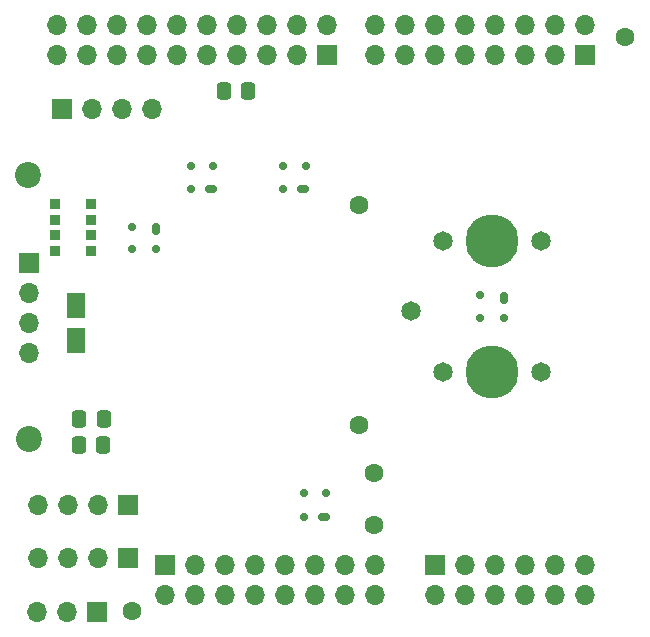
<source format=gbr>
%TF.GenerationSoftware,KiCad,Pcbnew,8.0.1*%
%TF.CreationDate,2024-05-22T13:21:10+02:00*%
%TF.ProjectId,FRDM-MCXx_Shield,4652444d-2d4d-4435-9878-5f536869656c,V2.0*%
%TF.SameCoordinates,Original*%
%TF.FileFunction,Soldermask,Bot*%
%TF.FilePolarity,Negative*%
%FSLAX46Y46*%
G04 Gerber Fmt 4.6, Leading zero omitted, Abs format (unit mm)*
G04 Created by KiCad (PCBNEW 8.0.1) date 2024-05-22 13:21:10*
%MOMM*%
%LPD*%
G01*
G04 APERTURE LIST*
G04 Aperture macros list*
%AMRoundRect*
0 Rectangle with rounded corners*
0 $1 Rounding radius*
0 $2 $3 $4 $5 $6 $7 $8 $9 X,Y pos of 4 corners*
0 Add a 4 corners polygon primitive as box body*
4,1,4,$2,$3,$4,$5,$6,$7,$8,$9,$2,$3,0*
0 Add four circle primitives for the rounded corners*
1,1,$1+$1,$2,$3*
1,1,$1+$1,$4,$5*
1,1,$1+$1,$6,$7*
1,1,$1+$1,$8,$9*
0 Add four rect primitives between the rounded corners*
20,1,$1+$1,$2,$3,$4,$5,0*
20,1,$1+$1,$4,$5,$6,$7,0*
20,1,$1+$1,$6,$7,$8,$9,0*
20,1,$1+$1,$8,$9,$2,$3,0*%
%AMFreePoly0*
4,1,6,1.000000,0.000000,0.500000,-0.750000,-0.500000,-0.750000,-0.500000,0.750000,0.500000,0.750000,1.000000,0.000000,1.000000,0.000000,$1*%
G04 Aperture macros list end*
%ADD10R,1.700000X1.700000*%
%ADD11O,1.700000X1.700000*%
%ADD12C,1.600000*%
%ADD13C,1.650000*%
%ADD14C,4.500000*%
%ADD15C,2.200000*%
%ADD16RoundRect,0.175000X0.325000X-0.175000X0.325000X0.175000X-0.325000X0.175000X-0.325000X-0.175000X0*%
%ADD17RoundRect,0.150000X0.150000X-0.200000X0.150000X0.200000X-0.150000X0.200000X-0.150000X-0.200000X0*%
%ADD18RoundRect,0.175000X0.175000X0.325000X-0.175000X0.325000X-0.175000X-0.325000X0.175000X-0.325000X0*%
%ADD19RoundRect,0.150000X0.200000X0.150000X-0.200000X0.150000X-0.200000X-0.150000X0.200000X-0.150000X0*%
%ADD20R,1.500000X1.500000*%
%ADD21FreePoly0,270.000000*%
%ADD22FreePoly0,90.000000*%
%ADD23R,0.900000X0.900000*%
%ADD24RoundRect,0.250000X0.337500X0.475000X-0.337500X0.475000X-0.337500X-0.475000X0.337500X-0.475000X0*%
G04 APERTURE END LIST*
D10*
%TO.C,J5*%
X129320000Y-87240000D03*
D11*
X129320000Y-89780000D03*
X129320000Y-92320000D03*
X129320000Y-94860000D03*
%TD*%
D12*
%TO.C,TP5*%
X158530000Y-104990000D03*
%TD*%
%TO.C,TP2*%
X157250000Y-100960000D03*
%TD*%
%TO.C,TP3*%
X157260000Y-82300000D03*
%TD*%
D10*
%TO.C,J6*%
X137700000Y-107700000D03*
D11*
X135160000Y-107700000D03*
X132620000Y-107700000D03*
X130080000Y-107700000D03*
%TD*%
D10*
%TO.C,J7*%
X137700000Y-112200000D03*
D11*
X135160000Y-112200000D03*
X132620000Y-112200000D03*
X130080000Y-112200000D03*
%TD*%
D10*
%TO.C,M1*%
X135140000Y-116760000D03*
D11*
X132600000Y-116760000D03*
X130060000Y-116760000D03*
%TD*%
D13*
%TO.C,SW1*%
X164380000Y-96480000D03*
X164380000Y-85380000D03*
X172680000Y-96480000D03*
X172680000Y-85380000D03*
X161680000Y-91330000D03*
D14*
X168530000Y-96480000D03*
X168530000Y-85380000D03*
%TD*%
D15*
%TO.C,H2*%
X129340000Y-102100000D03*
%TD*%
D12*
%TO.C,TP4*%
X138100000Y-116700000D03*
%TD*%
D10*
%TO.C,J8*%
X132100000Y-74160000D03*
D11*
X134640000Y-74160000D03*
X137180000Y-74160000D03*
X139720000Y-74160000D03*
%TD*%
D12*
%TO.C,TP1*%
X179800000Y-68100000D03*
%TD*%
%TO.C,TP6*%
X158530000Y-109420000D03*
%TD*%
D15*
%TO.C,H1*%
X129300000Y-79780000D03*
%TD*%
D16*
%TO.C,D9*%
X144757500Y-81000000D03*
D17*
X143057500Y-81000000D03*
X143057500Y-79000000D03*
X144957500Y-79000000D03*
%TD*%
D10*
%TO.C,J3*%
X154540000Y-69630000D03*
D11*
X154540000Y-67090000D03*
X152000000Y-69630000D03*
X152000000Y-67090000D03*
X149460000Y-69630000D03*
X149460000Y-67090000D03*
X146920000Y-69630000D03*
X146920000Y-67090000D03*
X144380000Y-69630000D03*
X144380000Y-67090000D03*
X141840000Y-69630000D03*
X141840000Y-67090000D03*
X139300000Y-69630000D03*
X139300000Y-67090000D03*
X136760000Y-69630000D03*
X136760000Y-67090000D03*
X134220000Y-69630000D03*
X134220000Y-67090000D03*
X131680000Y-69630000D03*
X131680000Y-67090000D03*
%TD*%
D18*
%TO.C,D12*%
X169530000Y-90180000D03*
D19*
X169530000Y-91880000D03*
X167530000Y-91880000D03*
X167530000Y-89980000D03*
%TD*%
D18*
%TO.C,D11*%
X140090000Y-84380000D03*
D19*
X140090000Y-86080000D03*
X138090000Y-86080000D03*
X138090000Y-84180000D03*
%TD*%
D10*
%TO.C,J2*%
X163700000Y-112830000D03*
D11*
X163700000Y-115370000D03*
X166240000Y-112830000D03*
X166240000Y-115370000D03*
X168780000Y-112830000D03*
X168780000Y-115370000D03*
X171320000Y-112830000D03*
X171320000Y-115370000D03*
X173860000Y-112830000D03*
X173860000Y-115370000D03*
X176400000Y-112830000D03*
X176400000Y-115370000D03*
%TD*%
D20*
%TO.C,JP1*%
X133300000Y-91100000D03*
X133300000Y-93500000D03*
D21*
X133300000Y-90300000D03*
D22*
X133300000Y-94300000D03*
%TD*%
D23*
%TO.C,RN1*%
X134570000Y-82230000D03*
X134570000Y-83570000D03*
X134570000Y-84890000D03*
X134570000Y-86230000D03*
X131570000Y-86230000D03*
X131570000Y-84890000D03*
X131570000Y-83570000D03*
X131570000Y-82230000D03*
%TD*%
D10*
%TO.C,J4*%
X140830000Y-112840000D03*
D11*
X140830000Y-115380000D03*
X143370000Y-112840000D03*
X143370000Y-115380000D03*
X145910000Y-112840000D03*
X145910000Y-115380000D03*
X148450000Y-112840000D03*
X148450000Y-115380000D03*
X150990000Y-112840000D03*
X150990000Y-115380000D03*
X153530000Y-112840000D03*
X153530000Y-115380000D03*
X156070000Y-112840000D03*
X156070000Y-115380000D03*
X158610000Y-112840000D03*
X158610000Y-115380000D03*
%TD*%
D24*
%TO.C,C9*%
X147927500Y-72650000D03*
X145852500Y-72650000D03*
%TD*%
D16*
%TO.C,D10*%
X152580000Y-80990000D03*
D17*
X150880000Y-80990000D03*
X150880000Y-78990000D03*
X152780000Y-78990000D03*
%TD*%
D10*
%TO.C,J1*%
X176380000Y-69620000D03*
D11*
X176380000Y-67080000D03*
X173840000Y-69620000D03*
X173840000Y-67080000D03*
X171300000Y-69620000D03*
X171300000Y-67080000D03*
X168760000Y-69620000D03*
X168760000Y-67080000D03*
X166220000Y-69620000D03*
X166220000Y-67080000D03*
X163680000Y-69620000D03*
X163680000Y-67080000D03*
X161140000Y-69620000D03*
X161140000Y-67080000D03*
X158600000Y-69620000D03*
X158600000Y-67080000D03*
%TD*%
D16*
%TO.C,D13*%
X154310000Y-108740000D03*
D17*
X152610000Y-108740000D03*
X152610000Y-106740000D03*
X154510000Y-106740000D03*
%TD*%
D24*
%TO.C,C10*%
X135637500Y-102600000D03*
X133562500Y-102600000D03*
%TD*%
%TO.C,C11*%
X135667500Y-100450000D03*
X133592500Y-100450000D03*
%TD*%
M02*

</source>
